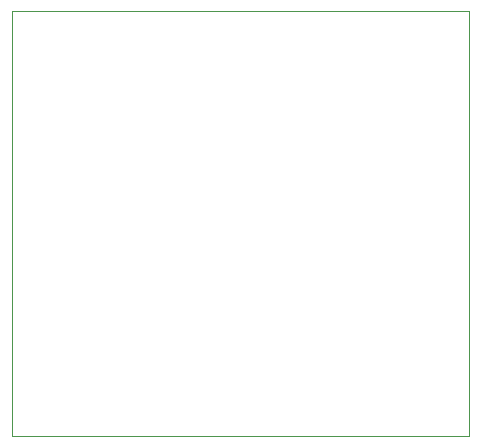
<source format=gbr>
%TF.GenerationSoftware,KiCad,Pcbnew,9.0.6-9.0.6~ubuntu24.04.1*%
%TF.CreationDate,2025-12-30T22:30:39+05:30*%
%TF.ProjectId,wled-esp01-controller,776c6564-2d65-4737-9030-312d636f6e74,rev?*%
%TF.SameCoordinates,Original*%
%TF.FileFunction,Profile,NP*%
%FSLAX46Y46*%
G04 Gerber Fmt 4.6, Leading zero omitted, Abs format (unit mm)*
G04 Created by KiCad (PCBNEW 9.0.6-9.0.6~ubuntu24.04.1) date 2025-12-30 22:30:39*
%MOMM*%
%LPD*%
G01*
G04 APERTURE LIST*
%TA.AperFunction,Profile*%
%ADD10C,0.050000*%
%TD*%
G04 APERTURE END LIST*
D10*
X100750000Y-59250000D02*
X139500000Y-59250000D01*
X139500000Y-95250000D01*
X100750000Y-95250000D01*
X100750000Y-59250000D01*
M02*

</source>
